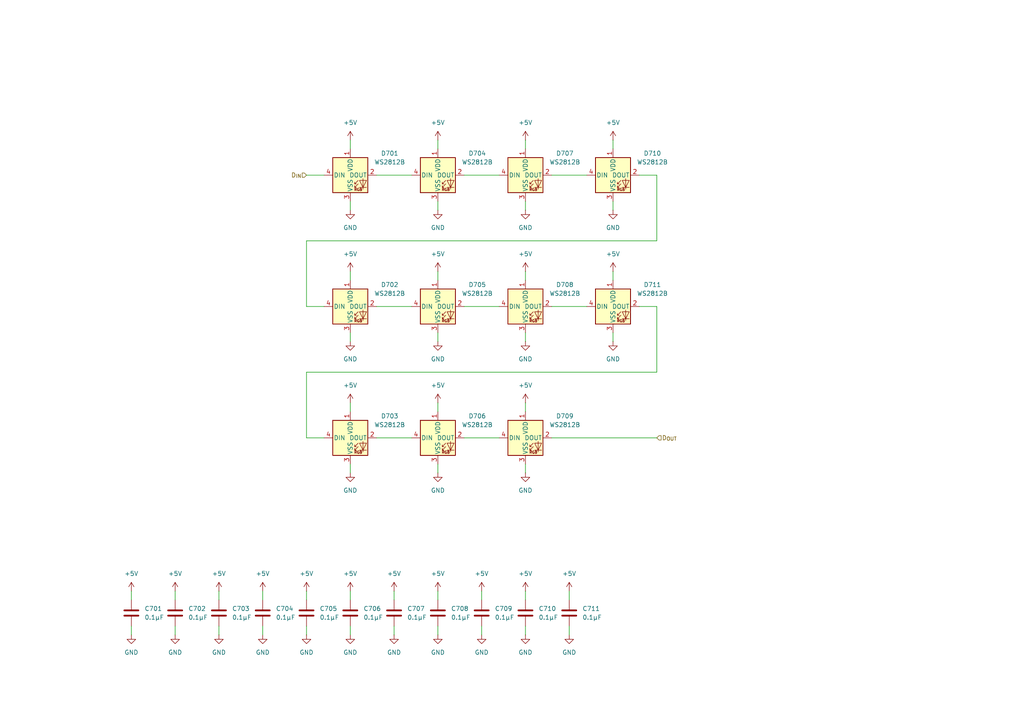
<source format=kicad_sch>
(kicad_sch (version 20231120) (generator "eeschema") (generator_version "8.0")
  (paper "A4")
  (title_block (title "Wordclock - LED Row with 11 pcs.") (date "2024-10-20") (rev "A") (company "ElektroNik Zoller") (comment 1 "Nikolai Zoller") (comment 4 "CERN-OHL-P"))
  (lib_symbols
    (symbol "Device:C" (pin_numbers hide) (pin_names (offset 0.254))
      (property "Reference" "C" (at 0.635 2.54 0))
      (property "Value" "C" (at 0.635 -2.54 0))
      (symbol "C_0_1"
        (polyline (pts (xy -2.032 -0.762) (xy 2.032 -0.762)) (stroke (width 0.508)))
        (polyline (pts (xy -2.032 0.762) (xy 2.032 0.762)) (stroke (width 0.508)))
      )
      (symbol "C_1_1"
        (pin passive line (at 0 3.81 270) (length 2.794) (name "~") (number "1"))
        (pin passive line (at 0 -3.81 90) (length 2.794) (name "~") (number "2"))
      )
    )
    (symbol "LED:WS2812B" (pin_names (offset 0.254))
      (property "Reference" "D" (at 5.08 5.715 0))
      (property "Value" "WS2812B" (at 1.27 -5.715 0))
      (symbol "WS2812B_0_0"
        (text "RGB" (at 2.286 -4.191 0) (effects (font (size 0.762 0.762))))
      )
      (symbol "WS2812B_0_1"
        (polyline (pts (xy 1.27 -3.556) (xy 1.778 -3.556)))
        (polyline (pts (xy 1.27 -2.54) (xy 1.778 -2.54)))
        (polyline (pts (xy 4.699 -3.556) (xy 2.667 -3.556)))
        (polyline (pts (xy 2.286 -2.54) (xy 1.27 -3.556) (xy 1.27 -3.048)))
        (polyline (pts (xy 2.286 -1.524) (xy 1.27 -2.54) (xy 1.27 -2.032)))
        (polyline (pts (xy 3.683 -1.016) (xy 3.683 -3.556) (xy 3.683 -4.064)))
        (polyline (pts (xy 4.699 -1.524) (xy 2.667 -1.524) (xy 3.683 -3.556) (xy 4.699 -1.524)))
        (rectangle (start 5.08 5.08) (end -5.08 -5.08) (stroke (width 0.254)) (fill (type background)))
      )
      (symbol "WS2812B_1_1"
        (pin power_in line (at 0 7.62 270) (length 2.54) (name "VDD") (number "1"))
        (pin output line (at 7.62 0 180) (length 2.54) (name "DOUT") (number "2"))
        (pin power_in line (at 0 -7.62 90) (length 2.54) (name "VSS") (number "3"))
        (pin input line (at -7.62 0 0) (length 2.54) (name "DIN") (number "4"))
      )
    )
    (symbol "power:+5V" (power) (pin_numbers hide) (pin_names (offset 0) hide)
      (property "Value" "+5V" (at 0 3.556 0))
      (symbol "+5V_0_1"
        (polyline (pts (xy -0.762 1.27) (xy 0 2.54)))
        (polyline (pts (xy 0 0) (xy 0 2.54)))
        (polyline (pts (xy 0 2.54) (xy 0.762 1.27)))
      )
      (symbol "+5V_1_1"
        (pin power_in line (at 0 0 90) (length 0) (name "~") (number "1"))
      )
    )
    (symbol "power:GND" (power) (pin_numbers hide) (pin_names (offset 0) hide)
      (property "Value" "GND" (at 0 -3.81 0))
      (symbol "GND_0_1"
        (polyline (pts (xy 0 0) (xy 0 -1.27) (xy 1.27 -1.27) (xy 0 -2.54) (xy -1.27 -1.27) (xy 0 -1.27)))
      )
      (symbol "GND_1_1"
        (pin power_in line (at 0 0 270) (length 0) (name "~") (number "1"))
      )
    )
  )
  (wire (pts (xy 109.22 88.9) (xy 119.38 88.9)))
  (wire (pts (xy 38.1 181.61) (xy 38.1 184.15)))
  (wire (pts (xy 134.62 50.8) (xy 144.78 50.8)))
  (wire (pts (xy 88.9 50.8) (xy 93.98 50.8)))
  (wire (pts (xy 152.4 96.52) (xy 152.4 99.06)))
  (wire (pts (xy 152.4 171.45) (xy 152.4 173.99)))
  (wire (pts (xy 76.2 171.45) (xy 76.2 173.99)))
  (wire (pts (xy 152.4 78.74) (xy 152.4 81.28)))
  (wire (pts (xy 139.7 181.61) (xy 139.7 184.15)))
  (wire (pts (xy 127 96.52) (xy 127 99.06)))
  (wire (pts (xy 101.6 116.84) (xy 101.6 119.38)))
  (wire (pts (xy 185.42 88.9) (xy 190.5 88.9)))
  (wire (pts (xy 127 78.74) (xy 127 81.28)))
  (wire (pts (xy 88.9 88.9) (xy 93.98 88.9)))
  (wire (pts (xy 127 116.84) (xy 127 119.38)))
  (wire (pts (xy 127 40.64) (xy 127 43.18)))
  (wire (pts (xy 101.6 134.62) (xy 101.6 137.16)))
  (wire (pts (xy 88.9 171.45) (xy 88.9 173.99)))
  (wire (pts (xy 190.5 88.9) (xy 190.5 107.95)))
  (wire (pts (xy 139.7 171.45) (xy 139.7 173.99)))
  (wire (pts (xy 63.5 181.61) (xy 63.5 184.15)))
  (wire (pts (xy 165.1 171.45) (xy 165.1 173.99)))
  (wire (pts (xy 101.6 181.61) (xy 101.6 184.15)))
  (wire (pts (xy 114.3 171.45) (xy 114.3 173.99)))
  (wire (pts (xy 190.5 50.8) (xy 190.5 69.85)))
  (wire (pts (xy 165.1 181.61) (xy 165.1 184.15)))
  (wire (pts (xy 134.62 127) (xy 144.78 127)))
  (wire (pts (xy 114.3 181.61) (xy 114.3 184.15)))
  (wire (pts (xy 152.4 134.62) (xy 152.4 137.16)))
  (wire (pts (xy 152.4 40.64) (xy 152.4 43.18)))
  (wire (pts (xy 190.5 69.85) (xy 88.9 69.85)))
  (wire (pts (xy 88.9 181.61) (xy 88.9 184.15)))
  (wire (pts (xy 177.8 78.74) (xy 177.8 81.28)))
  (wire (pts (xy 127 171.45) (xy 127 173.99)))
  (wire (pts (xy 50.8 171.45) (xy 50.8 173.99)))
  (wire (pts (xy 152.4 116.84) (xy 152.4 119.38)))
  (wire (pts (xy 38.1 171.45) (xy 38.1 173.99)))
  (wire (pts (xy 50.8 181.61) (xy 50.8 184.15)))
  (wire (pts (xy 160.02 127) (xy 190.5 127)))
  (wire (pts (xy 127 134.62) (xy 127 137.16)))
  (wire (pts (xy 88.9 107.95) (xy 88.9 127)))
  (wire (pts (xy 109.22 50.8) (xy 119.38 50.8)))
  (wire (pts (xy 177.8 96.52) (xy 177.8 99.06)))
  (wire (pts (xy 88.9 127) (xy 93.98 127)))
  (wire (pts (xy 101.6 171.45) (xy 101.6 173.99)))
  (wire (pts (xy 152.4 58.42) (xy 152.4 60.96)))
  (wire (pts (xy 101.6 58.42) (xy 101.6 60.96)))
  (wire (pts (xy 190.5 107.95) (xy 88.9 107.95)))
  (wire (pts (xy 134.62 88.9) (xy 144.78 88.9)))
  (wire (pts (xy 101.6 96.52) (xy 101.6 99.06)))
  (wire (pts (xy 127 181.61) (xy 127 184.15)))
  (wire (pts (xy 185.42 50.8) (xy 190.5 50.8)))
  (wire (pts (xy 160.02 50.8) (xy 170.18 50.8)))
  (wire (pts (xy 177.8 58.42) (xy 177.8 60.96)))
  (wire (pts (xy 127 58.42) (xy 127 60.96)))
  (wire (pts (xy 101.6 78.74) (xy 101.6 81.28)))
  (wire (pts (xy 63.5 171.45) (xy 63.5 173.99)))
  (wire (pts (xy 76.2 181.61) (xy 76.2 184.15)))
  (wire (pts (xy 177.8 40.64) (xy 177.8 43.18)))
  (wire (pts (xy 160.02 88.9) (xy 170.18 88.9)))
  (wire (pts (xy 109.22 127) (xy 119.38 127)))
  (wire (pts (xy 101.6 40.64) (xy 101.6 43.18)))
  (wire (pts (xy 152.4 181.61) (xy 152.4 184.15)))
  (wire (pts (xy 88.9 69.85) (xy 88.9 88.9)))
  (hierarchical_label "D_{OUT}" (shape input) (at 190.5 127 0))
  (hierarchical_label "D_{IN}" (shape input) (at 88.9 50.8 180))
  (symbol (lib_id "power:+5V") (at 127 40.64 0) (unit 1)
    (property "Reference" "#PWR0721" (effects (hide yes)))
    (property "Value" "+5V" (at 127 35.56 0))
    (property "Description" "Power symbol creates a global label with name \"+5V\"" (effects (hide yes)))
    (instances (project "ESP-Wordclock" (path "" (reference "#PWR0721") (unit 1)) (path "" (reference "#PWR0821") (unit 1)) (path "" (reference "#PWR01321") (unit 1)) (path "" (reference "#PWR0921") (unit 1)) (path "" (reference "#PWR01221") (unit 1)) (path "" (reference "#PWR01121") (unit 1)) (path "" (reference "#PWR01421") (unit 1)) (path "" (reference "#PWR01521") (unit 1)) (path "" (reference "#PWR01621") (unit 1)) (path "" (reference "#PWR01021") (unit 1))))
  )
  (symbol (lib_id "power:GND") (at 152.4 184.15 0) (unit 1)
    (property "Reference" "#PWR0738" (effects (hide yes)))
    (property "Value" "GND" (at 152.4 189.23 0))
    (property "Description" "Power symbol creates a global label with name \"GND\" , ground" (effects (hide yes)))
    (instances (project "ESP-Wordclock" (path "" (reference "#PWR0738") (unit 1)) (path "" (reference "#PWR0838") (unit 1)) (path "" (reference "#PWR01338") (unit 1)) (path "" (reference "#PWR0938") (unit 1)) (path "" (reference "#PWR01238") (unit 1)) (path "" (reference "#PWR01138") (unit 1)) (path "" (reference "#PWR01438") (unit 1)) (path "" (reference "#PWR01538") (unit 1)) (path "" (reference "#PWR01638") (unit 1)) (path "" (reference "#PWR01038") (unit 1))))
  )
  (symbol (lib_id "power:+5V") (at 101.6 171.45 0) (unit 1)
    (property "Reference" "#PWR0717" (effects (hide yes)))
    (property "Value" "+5V" (at 101.6 166.37 0))
    (property "Description" "Power symbol creates a global label with name \"+5V\"" (effects (hide yes)))
    (instances (project "ESP-Wordclock" (path "" (reference "#PWR0717") (unit 1)) (path "" (reference "#PWR0817") (unit 1)) (path "" (reference "#PWR01317") (unit 1)) (path "" (reference "#PWR0917") (unit 1)) (path "" (reference "#PWR01217") (unit 1)) (path "" (reference "#PWR01117") (unit 1)) (path "" (reference "#PWR01417") (unit 1)) (path "" (reference "#PWR01517") (unit 1)) (path "" (reference "#PWR01617") (unit 1)) (path "" (reference "#PWR01017") (unit 1))))
  )
  (symbol (lib_id "power:+5V") (at 127 116.84 0) (unit 1)
    (property "Reference" "#PWR0725" (effects (hide yes)))
    (property "Value" "+5V" (at 127 111.76 0))
    (property "Description" "Power symbol creates a global label with name \"+5V\"" (effects (hide yes)))
    (instances (project "ESP-Wordclock" (path "" (reference "#PWR0725") (unit 1)) (path "" (reference "#PWR0825") (unit 1)) (path "" (reference "#PWR01325") (unit 1)) (path "" (reference "#PWR0925") (unit 1)) (path "" (reference "#PWR01225") (unit 1)) (path "" (reference "#PWR01125") (unit 1)) (path "" (reference "#PWR01425") (unit 1)) (path "" (reference "#PWR01525") (unit 1)) (path "" (reference "#PWR01625") (unit 1)) (path "" (reference "#PWR01025") (unit 1))))
  )
  (symbol (lib_id "Device:C") (at 165.1 177.8 0) (unit 1)
    (property "Reference" "C711" (at 168.91 176.5299 0) (effects (justify left)))
    (property "Value" "0.1µF" (at 168.91 179.0699 0) (effects (justify left)))
    (property "Description" "Unpolarized capacitor" (effects (hide yes)))
    (instances (project "ESP-Wordclock" (path "" (reference "C711") (unit 1)) (path "" (reference "C811") (unit 1)) (path "" (reference "C1311") (unit 1)) (path "" (reference "C911") (unit 1)) (path "" (reference "C1211") (unit 1)) (path "" (reference "C1111") (unit 1)) (path "" (reference "C1411") (unit 1)) (path "" (reference "C1511") (unit 1)) (path "" (reference "C1611") (unit 1)) (path "" (reference "C1011") (unit 1))))
  )
  (symbol (lib_id "power:+5V") (at 152.4 171.45 0) (unit 1)
    (property "Reference" "#PWR0737" (effects (hide yes)))
    (property "Value" "+5V" (at 152.4 166.37 0))
    (property "Description" "Power symbol creates a global label with name \"+5V\"" (effects (hide yes)))
    (instances (project "ESP-Wordclock" (path "" (reference "#PWR0737") (unit 1)) (path "" (reference "#PWR0837") (unit 1)) (path "" (reference "#PWR01337") (unit 1)) (path "" (reference "#PWR0937") (unit 1)) (path "" (reference "#PWR01237") (unit 1)) (path "" (reference "#PWR01137") (unit 1)) (path "" (reference "#PWR01437") (unit 1)) (path "" (reference "#PWR01537") (unit 1)) (path "" (reference "#PWR01637") (unit 1)) (path "" (reference "#PWR01037") (unit 1))))
  )
  (symbol (lib_id "power:+5V") (at 165.1 171.45 0) (unit 1)
    (property "Reference" "#PWR0739" (effects (hide yes)))
    (property "Value" "+5V" (at 165.1 166.37 0))
    (property "Description" "Power symbol creates a global label with name \"+5V\"" (effects (hide yes)))
    (instances (project "ESP-Wordclock" (path "" (reference "#PWR0739") (unit 1)) (path "" (reference "#PWR0839") (unit 1)) (path "" (reference "#PWR01339") (unit 1)) (path "" (reference "#PWR0939") (unit 1)) (path "" (reference "#PWR01239") (unit 1)) (path "" (reference "#PWR01139") (unit 1)) (path "" (reference "#PWR01439") (unit 1)) (path "" (reference "#PWR01539") (unit 1)) (path "" (reference "#PWR01639") (unit 1)) (path "" (reference "#PWR01039") (unit 1))))
  )
  (symbol (lib_id "Device:C") (at 114.3 177.8 0) (unit 1)
    (property "Reference" "C707" (at 118.11 176.5299 0) (effects (justify left)))
    (property "Value" "0.1µF" (at 118.11 179.0699 0) (effects (justify left)))
    (property "Description" "Unpolarized capacitor" (effects (hide yes)))
    (instances (project "ESP-Wordclock" (path "" (reference "C707") (unit 1)) (path "" (reference "C807") (unit 1)) (path "" (reference "C1307") (unit 1)) (path "" (reference "C907") (unit 1)) (path "" (reference "C1207") (unit 1)) (path "" (reference "C1107") (unit 1)) (path "" (reference "C1407") (unit 1)) (path "" (reference "C1507") (unit 1)) (path "" (reference "C1607") (unit 1)) (path "" (reference "C1007") (unit 1))))
  )
  (symbol (lib_id "power:GND") (at 152.4 137.16 0) (unit 1)
    (property "Reference" "#PWR0736" (effects (hide yes)))
    (property "Value" "GND" (at 152.4 142.24 0))
    (property "Description" "Power symbol creates a global label with name \"GND\" , ground" (effects (hide yes)))
    (instances (project "ESP-Wordclock" (path "" (reference "#PWR0736") (unit 1)) (path "" (reference "#PWR0836") (unit 1)) (path "" (reference "#PWR01336") (unit 1)) (path "" (reference "#PWR0936") (unit 1)) (path "" (reference "#PWR01236") (unit 1)) (path "" (reference "#PWR01136") (unit 1)) (path "" (reference "#PWR01436") (unit 1)) (path "" (reference "#PWR01536") (unit 1)) (path "" (reference "#PWR01636") (unit 1)) (path "" (reference "#PWR01036") (unit 1))))
  )
  (symbol (lib_id "power:GND") (at 177.8 60.96 0) (unit 1)
    (property "Reference" "#PWR0742" (effects (hide yes)))
    (property "Value" "GND" (at 177.8 66.04 0))
    (property "Description" "Power symbol creates a global label with name \"GND\" , ground" (effects (hide yes)))
    (instances (project "ESP-Wordclock" (path "" (reference "#PWR0742") (unit 1)) (path "" (reference "#PWR0842") (unit 1)) (path "" (reference "#PWR01342") (unit 1)) (path "" (reference "#PWR0942") (unit 1)) (path "" (reference "#PWR01242") (unit 1)) (path "" (reference "#PWR01142") (unit 1)) (path "" (reference "#PWR01442") (unit 1)) (path "" (reference "#PWR01542") (unit 1)) (path "" (reference "#PWR01642") (unit 1)) (path "" (reference "#PWR01042") (unit 1))))
  )
  (symbol (lib_id "power:+5V") (at 101.6 40.64 0) (unit 1)
    (property "Reference" "#PWR0711" (effects (hide yes)))
    (property "Value" "+5V" (at 101.6 35.56 0))
    (property "Description" "Power symbol creates a global label with name \"+5V\"" (effects (hide yes)))
    (instances (project "ESP-Wordclock" (path "" (reference "#PWR0711") (unit 1)) (path "" (reference "#PWR0811") (unit 1)) (path "" (reference "#PWR01311") (unit 1)) (path "" (reference "#PWR0911") (unit 1)) (path "" (reference "#PWR01211") (unit 1)) (path "" (reference "#PWR01111") (unit 1)) (path "" (reference "#PWR01411") (unit 1)) (path "" (reference "#PWR01511") (unit 1)) (path "" (reference "#PWR01611") (unit 1)) (path "" (reference "#PWR01011") (unit 1))))
  )
  (symbol (lib_id "power:GND") (at 177.8 99.06 0) (unit 1)
    (property "Reference" "#PWR0744" (effects (hide yes)))
    (property "Value" "GND" (at 177.8 104.14 0))
    (property "Description" "Power symbol creates a global label with name \"GND\" , ground" (effects (hide yes)))
    (instances (project "ESP-Wordclock" (path "" (reference "#PWR0744") (unit 1)) (path "" (reference "#PWR0844") (unit 1)) (path "" (reference "#PWR01344") (unit 1)) (path "" (reference "#PWR0944") (unit 1)) (path "" (reference "#PWR01244") (unit 1)) (path "" (reference "#PWR01144") (unit 1)) (path "" (reference "#PWR01444") (unit 1)) (path "" (reference "#PWR01544") (unit 1)) (path "" (reference "#PWR01644") (unit 1)) (path "" (reference "#PWR01044") (unit 1))))
  )
  (symbol (lib_id "power:+5V") (at 76.2 171.45 0) (unit 1)
    (property "Reference" "#PWR0707" (effects (hide yes)))
    (property "Value" "+5V" (at 76.2 166.37 0))
    (property "Description" "Power symbol creates a global label with name \"+5V\"" (effects (hide yes)))
    (instances (project "ESP-Wordclock" (path "" (reference "#PWR0707") (unit 1)) (path "" (reference "#PWR0807") (unit 1)) (path "" (reference "#PWR01307") (unit 1)) (path "" (reference "#PWR0907") (unit 1)) (path "" (reference "#PWR01207") (unit 1)) (path "" (reference "#PWR01107") (unit 1)) (path "" (reference "#PWR01407") (unit 1)) (path "" (reference "#PWR01507") (unit 1)) (path "" (reference "#PWR01607") (unit 1)) (path "" (reference "#PWR01007") (unit 1))))
  )
  (symbol (lib_id "power:GND") (at 139.7 184.15 0) (unit 1)
    (property "Reference" "#PWR0730" (effects (hide yes)))
    (property "Value" "GND" (at 139.7 189.23 0))
    (property "Description" "Power symbol creates a global label with name \"GND\" , ground" (effects (hide yes)))
    (instances (project "ESP-Wordclock" (path "" (reference "#PWR0730") (unit 1)) (path "" (reference "#PWR0830") (unit 1)) (path "" (reference "#PWR01330") (unit 1)) (path "" (reference "#PWR0930") (unit 1)) (path "" (reference "#PWR01230") (unit 1)) (path "" (reference "#PWR01130") (unit 1)) (path "" (reference "#PWR01430") (unit 1)) (path "" (reference "#PWR01530") (unit 1)) (path "" (reference "#PWR01630") (unit 1)) (path "" (reference "#PWR01030") (unit 1))))
  )
  (symbol (lib_id "power:+5V") (at 152.4 116.84 0) (unit 1)
    (property "Reference" "#PWR0735" (effects (hide yes)))
    (property "Value" "+5V" (at 152.4 111.76 0))
    (property "Description" "Power symbol creates a global label with name \"+5V\"" (effects (hide yes)))
    (instances (project "ESP-Wordclock" (path "" (reference "#PWR0735") (unit 1)) (path "" (reference "#PWR0835") (unit 1)) (path "" (reference "#PWR01335") (unit 1)) (path "" (reference "#PWR0935") (unit 1)) (path "" (reference "#PWR01235") (unit 1)) (path "" (reference "#PWR01135") (unit 1)) (path "" (reference "#PWR01435") (unit 1)) (path "" (reference "#PWR01535") (unit 1)) (path "" (reference "#PWR01635") (unit 1)) (path "" (reference "#PWR01035") (unit 1))))
  )
  (symbol (lib_id "power:GND") (at 63.5 184.15 0) (unit 1)
    (property "Reference" "#PWR0706" (effects (hide yes)))
    (property "Value" "GND" (at 63.5 189.23 0))
    (property "Description" "Power symbol creates a global label with name \"GND\" , ground" (effects (hide yes)))
    (instances (project "ESP-Wordclock" (path "" (reference "#PWR0706") (unit 1)) (path "" (reference "#PWR0806") (unit 1)) (path "" (reference "#PWR01306") (unit 1)) (path "" (reference "#PWR0906") (unit 1)) (path "" (reference "#PWR01206") (unit 1)) (path "" (reference "#PWR01106") (unit 1)) (path "" (reference "#PWR01406") (unit 1)) (path "" (reference "#PWR01506") (unit 1)) (path "" (reference "#PWR01606") (unit 1)) (path "" (reference "#PWR01006") (unit 1))))
  )
  (symbol (lib_id "power:GND") (at 127 99.06 0) (unit 1)
    (property "Reference" "#PWR0724" (effects (hide yes)))
    (property "Value" "GND" (at 127 104.14 0))
    (property "Description" "Power symbol creates a global label with name \"GND\" , ground" (effects (hide yes)))
    (instances (project "ESP-Wordclock" (path "" (reference "#PWR0724") (unit 1)) (path "" (reference "#PWR0824") (unit 1)) (path "" (reference "#PWR01324") (unit 1)) (path "" (reference "#PWR0924") (unit 1)) (path "" (reference "#PWR01224") (unit 1)) (path "" (reference "#PWR01124") (unit 1)) (path "" (reference "#PWR01424") (unit 1)) (path "" (reference "#PWR01524") (unit 1)) (path "" (reference "#PWR01624") (unit 1)) (path "" (reference "#PWR01024") (unit 1))))
  )
  (symbol (lib_id "power:+5V") (at 101.6 78.74 0) (unit 1)
    (property "Reference" "#PWR0713" (effects (hide yes)))
    (property "Value" "+5V" (at 101.6 73.66 0))
    (property "Description" "Power symbol creates a global label with name \"+5V\"" (effects (hide yes)))
    (instances (project "ESP-Wordclock" (path "" (reference "#PWR0713") (unit 1)) (path "" (reference "#PWR0813") (unit 1)) (path "" (reference "#PWR01313") (unit 1)) (path "" (reference "#PWR0913") (unit 1)) (path "" (reference "#PWR01213") (unit 1)) (path "" (reference "#PWR01113") (unit 1)) (path "" (reference "#PWR01413") (unit 1)) (path "" (reference "#PWR01513") (unit 1)) (path "" (reference "#PWR01613") (unit 1)) (path "" (reference "#PWR01013") (unit 1))))
  )
  (symbol (lib_id "LED:WS2812B") (at 101.6 88.9 0) (unit 1)
    (property "Reference" "D702" (at 113.03 82.5814 0))
    (property "Value" "WS2812B" (at 113.03 85.1214 0))
    (property "Footprint" "LED_SMD:LED_WS2812B_PLCC4_5.0x5.0mm_P3.2mm" (effects (hide yes)))
    (property "Datasheet" "https://cdn-shop.adafruit.com/datasheets/WS2812B.pdf" (effects (hide yes)))
    (property "Description" "RGB LED with integrated controller" (effects (hide yes)))
    (property "Manufacturer" "SparkFun Electronics" (effects (hide yes)))
    (property "Manufacturer Part no." "COM-16347" (effects (hide yes)))
    (property "Vendor 1" "Digikey" (effects (hide yes)))
    (property "Vendor 1 Part no." "1568-COM-16347CT-ND" (effects (hide yes)))
    (property "Vendor 2" "LCSC" (effects (hide yes)))
    (property "Vendor 2 Part no." "C114586" (effects (hide yes)))
    (instances (project "ESP-Wordclock" (path "" (reference "D702") (unit 1)) (path "" (reference "D802") (unit 1)) (path "" (reference "D1302") (unit 1)) (path "" (reference "D902") (unit 1)) (path "" (reference "D1202") (unit 1)) (path "" (reference "D1102") (unit 1)) (path "" (reference "D1402") (unit 1)) (path "" (reference "D1502") (unit 1)) (path "" (reference "D1602") (unit 1)) (path "" (reference "D1002") (unit 1))))
  )
  (symbol (lib_id "power:GND") (at 152.4 99.06 0) (unit 1)
    (property "Reference" "#PWR0734" (effects (hide yes)))
    (property "Value" "GND" (at 152.4 104.14 0))
    (property "Description" "Power symbol creates a global label with name \"GND\" , ground" (effects (hide yes)))
    (instances (project "ESP-Wordclock" (path "" (reference "#PWR0734") (unit 1)) (path "" (reference "#PWR0834") (unit 1)) (path "" (reference "#PWR01334") (unit 1)) (path "" (reference "#PWR0934") (unit 1)) (path "" (reference "#PWR01234") (unit 1)) (path "" (reference "#PWR01134") (unit 1)) (path "" (reference "#PWR01434") (unit 1)) (path "" (reference "#PWR01534") (unit 1)) (path "" (reference "#PWR01634") (unit 1)) (path "" (reference "#PWR01034") (unit 1))))
  )
  (symbol (lib_id "power:GND") (at 88.9 184.15 0) (unit 1)
    (property "Reference" "#PWR0710" (effects (hide yes)))
    (property "Value" "GND" (at 88.9 189.23 0))
    (property "Description" "Power symbol creates a global label with name \"GND\" , ground" (effects (hide yes)))
    (instances (project "ESP-Wordclock" (path "" (reference "#PWR0710") (unit 1)) (path "" (reference "#PWR0810") (unit 1)) (path "" (reference "#PWR01310") (unit 1)) (path "" (reference "#PWR0910") (unit 1)) (path "" (reference "#PWR01210") (unit 1)) (path "" (reference "#PWR01110") (unit 1)) (path "" (reference "#PWR01410") (unit 1)) (path "" (reference "#PWR01510") (unit 1)) (path "" (reference "#PWR01610") (unit 1)) (path "" (reference "#PWR01010") (unit 1))))
  )
  (symbol (lib_id "power:GND") (at 101.6 99.06 0) (unit 1)
    (property "Reference" "#PWR0714" (effects (hide yes)))
    (property "Value" "GND" (at 101.6 104.14 0))
    (property "Description" "Power symbol creates a global label with name \"GND\" , ground" (effects (hide yes)))
    (instances (project "ESP-Wordclock" (path "" (reference "#PWR0714") (unit 1)) (path "" (reference "#PWR0814") (unit 1)) (path "" (reference "#PWR01314") (unit 1)) (path "" (reference "#PWR0914") (unit 1)) (path "" (reference "#PWR01214") (unit 1)) (path "" (reference "#PWR01114") (unit 1)) (path "" (reference "#PWR01414") (unit 1)) (path "" (reference "#PWR01514") (unit 1)) (path "" (reference "#PWR01614") (unit 1)) (path "" (reference "#PWR01014") (unit 1))))
  )
  (symbol (lib_id "LED:WS2812B") (at 152.4 88.9 0) (unit 1)
    (property "Reference" "D708" (at 163.83 82.5814 0))
    (property "Value" "WS2812B" (at 163.83 85.1214 0))
    (property "Footprint" "LED_SMD:LED_WS2812B_PLCC4_5.0x5.0mm_P3.2mm" (effects (hide yes)))
    (property "Datasheet" "https://cdn-shop.adafruit.com/datasheets/WS2812B.pdf" (effects (hide yes)))
    (property "Description" "RGB LED with integrated controller" (effects (hide yes)))
    (property "Manufacturer" "SparkFun Electronics" (effects (hide yes)))
    (property "Manufacturer Part no." "COM-16347" (effects (hide yes)))
    (property "Vendor 1" "Digikey" (effects (hide yes)))
    (property "Vendor 1 Part no." "1568-COM-16347CT-ND" (effects (hide yes)))
    (property "Vendor 2" "LCSC" (effects (hide yes)))
    (property "Vendor 2 Part no." "C114586" (effects (hide yes)))
    (instances (project "ESP-Wordclock" (path "" (reference "D708") (unit 1)) (path "" (reference "D808") (unit 1)) (path "" (reference "D1308") (unit 1)) (path "" (reference "D908") (unit 1)) (path "" (reference "D1208") (unit 1)) (path "" (reference "D1108") (unit 1)) (path "" (reference "D1408") (unit 1)) (path "" (reference "D1508") (unit 1)) (path "" (reference "D1608") (unit 1)) (path "" (reference "D1008") (unit 1))))
  )
  (symbol (lib_id "power:GND") (at 76.2 184.15 0) (unit 1)
    (property "Reference" "#PWR0708" (effects (hide yes)))
    (property "Value" "GND" (at 76.2 189.23 0))
    (property "Description" "Power symbol creates a global label with name \"GND\" , ground" (effects (hide yes)))
    (instances (project "ESP-Wordclock" (path "" (reference "#PWR0708") (unit 1)) (path "" (reference "#PWR0808") (unit 1)) (path "" (reference "#PWR01308") (unit 1)) (path "" (reference "#PWR0908") (unit 1)) (path "" (reference "#PWR01208") (unit 1)) (path "" (reference "#PWR01108") (unit 1)) (path "" (reference "#PWR01408") (unit 1)) (path "" (reference "#PWR01508") (unit 1)) (path "" (reference "#PWR01608") (unit 1)) (path "" (reference "#PWR01008") (unit 1))))
  )
  (symbol (lib_id "power:+5V") (at 139.7 171.45 0) (unit 1)
    (property "Reference" "#PWR0729" (effects (hide yes)))
    (property "Value" "+5V" (at 139.7 166.37 0))
    (property "Description" "Power symbol creates a global label with name \"+5V\"" (effects (hide yes)))
    (instances (project "ESP-Wordclock" (path "" (reference "#PWR0729") (unit 1)) (path "" (reference "#PWR0829") (unit 1)) (path "" (reference "#PWR01329") (unit 1)) (path "" (reference "#PWR0929") (unit 1)) (path "" (reference "#PWR01229") (unit 1)) (path "" (reference "#PWR01129") (unit 1)) (path "" (reference "#PWR01429") (unit 1)) (path "" (reference "#PWR01529") (unit 1)) (path "" (reference "#PWR01629") (unit 1)) (path "" (reference "#PWR01029") (unit 1))))
  )
  (symbol (lib_id "Device:C") (at 88.9 177.8 0) (unit 1)
    (property "Reference" "C705" (at 92.71 176.5299 0) (effects (justify left)))
    (property "Value" "0.1µF" (at 92.71 179.0699 0) (effects (justify left)))
    (property "Description" "Unpolarized capacitor" (effects (hide yes)))
    (instances (project "ESP-Wordclock" (path "" (reference "C705") (unit 1)) (path "" (reference "C805") (unit 1)) (path "" (reference "C1305") (unit 1)) (path "" (reference "C905") (unit 1)) (path "" (reference "C1205") (unit 1)) (path "" (reference "C1105") (unit 1)) (path "" (reference "C1405") (unit 1)) (path "" (reference "C1505") (unit 1)) (path "" (reference "C1605") (unit 1)) (path "" (reference "C1005") (unit 1))))
  )
  (symbol (lib_id "Device:C") (at 76.2 177.8 0) (unit 1)
    (property "Reference" "C704" (at 80.01 176.5299 0) (effects (justify left)))
    (property "Value" "0.1µF" (at 80.01 179.0699 0) (effects (justify left)))
    (property "Description" "Unpolarized capacitor" (effects (hide yes)))
    (instances (project "ESP-Wordclock" (path "" (reference "C704") (unit 1)) (path "" (reference "C804") (unit 1)) (path "" (reference "C1304") (unit 1)) (path "" (reference "C904") (unit 1)) (path "" (reference "C1204") (unit 1)) (path "" (reference "C1104") (unit 1)) (path "" (reference "C1404") (unit 1)) (path "" (reference "C1504") (unit 1)) (path "" (reference "C1604") (unit 1)) (path "" (reference "C1004") (unit 1))))
  )
  (symbol (lib_id "power:+5V") (at 177.8 78.74 0) (unit 1)
    (property "Reference" "#PWR0743" (effects (hide yes)))
    (property "Value" "+5V" (at 177.8 73.66 0))
    (property "Description" "Power symbol creates a global label with name \"+5V\"" (effects (hide yes)))
    (instances (project "ESP-Wordclock" (path "" (reference "#PWR0743") (unit 1)) (path "" (reference "#PWR0843") (unit 1)) (path "" (reference "#PWR01343") (unit 1)) (path "" (reference "#PWR0943") (unit 1)) (path "" (reference "#PWR01243") (unit 1)) (path "" (reference "#PWR01143") (unit 1)) (path "" (reference "#PWR01443") (unit 1)) (path "" (reference "#PWR01543") (unit 1)) (path "" (reference "#PWR01643") (unit 1)) (path "" (reference "#PWR01043") (unit 1))))
  )
  (symbol (lib_id "power:GND") (at 101.6 184.15 0) (unit 1)
    (property "Reference" "#PWR0718" (effects (hide yes)))
    (property "Value" "GND" (at 101.6 189.23 0))
    (property "Description" "Power symbol creates a global label with name \"GND\" , ground" (effects (hide yes)))
    (instances (project "ESP-Wordclock" (path "" (reference "#PWR0718") (unit 1)) (path "" (reference "#PWR0818") (unit 1)) (path "" (reference "#PWR01318") (unit 1)) (path "" (reference "#PWR0918") (unit 1)) (path "" (reference "#PWR01218") (unit 1)) (path "" (reference "#PWR01118") (unit 1)) (path "" (reference "#PWR01418") (unit 1)) (path "" (reference "#PWR01518") (unit 1)) (path "" (reference "#PWR01618") (unit 1)) (path "" (reference "#PWR01018") (unit 1))))
  )
  (symbol (lib_id "power:GND") (at 114.3 184.15 0) (unit 1)
    (property "Reference" "#PWR0720" (effects (hide yes)))
    (property "Value" "GND" (at 114.3 189.23 0))
    (property "Description" "Power symbol creates a global label with name \"GND\" , ground" (effects (hide yes)))
    (instances (project "ESP-Wordclock" (path "" (reference "#PWR0720") (unit 1)) (path "" (reference "#PWR0820") (unit 1)) (path "" (reference "#PWR01320") (unit 1)) (path "" (reference "#PWR0920") (unit 1)) (path "" (reference "#PWR01220") (unit 1)) (path "" (reference "#PWR01120") (unit 1)) (path "" (reference "#PWR01420") (unit 1)) (path "" (reference "#PWR01520") (unit 1)) (path "" (reference "#PWR01620") (unit 1)) (path "" (reference "#PWR01020") (unit 1))))
  )
  (symbol (lib_id "Device:C") (at 127 177.8 0) (unit 1)
    (property "Reference" "C708" (at 130.81 176.5299 0) (effects (justify left)))
    (property "Value" "0.1µF" (at 130.81 179.0699 0) (effects (justify left)))
    (property "Description" "Unpolarized capacitor" (effects (hide yes)))
    (instances (project "ESP-Wordclock" (path "" (reference "C708") (unit 1)) (path "" (reference "C808") (unit 1)) (path "" (reference "C1308") (unit 1)) (path "" (reference "C908") (unit 1)) (path "" (reference "C1208") (unit 1)) (path "" (reference "C1108") (unit 1)) (path "" (reference "C1408") (unit 1)) (path "" (reference "C1508") (unit 1)) (path "" (reference "C1608") (unit 1)) (path "" (reference "C1008") (unit 1))))
  )
  (symbol (lib_id "power:+5V") (at 177.8 40.64 0) (unit 1)
    (property "Reference" "#PWR0741" (effects (hide yes)))
    (property "Value" "+5V" (at 177.8 35.56 0))
    (property "Description" "Power symbol creates a global label with name \"+5V\"" (effects (hide yes)))
    (instances (project "ESP-Wordclock" (path "" (reference "#PWR0741") (unit 1)) (path "" (reference "#PWR0841") (unit 1)) (path "" (reference "#PWR01341") (unit 1)) (path "" (reference "#PWR0941") (unit 1)) (path "" (reference "#PWR01241") (unit 1)) (path "" (reference "#PWR01141") (unit 1)) (path "" (reference "#PWR01441") (unit 1)) (path "" (reference "#PWR01541") (unit 1)) (path "" (reference "#PWR01641") (unit 1)) (path "" (reference "#PWR01041") (unit 1))))
  )
  (symbol (lib_id "power:GND") (at 50.8 184.15 0) (unit 1)
    (property "Reference" "#PWR0704" (effects (hide yes)))
    (property "Value" "GND" (at 50.8 189.23 0))
    (property "Description" "Power symbol creates a global label with name \"GND\" , ground" (effects (hide yes)))
    (instances (project "ESP-Wordclock" (path "" (reference "#PWR0704") (unit 1)) (path "" (reference "#PWR0804") (unit 1)) (path "" (reference "#PWR01304") (unit 1)) (path "" (reference "#PWR0904") (unit 1)) (path "" (reference "#PWR01204") (unit 1)) (path "" (reference "#PWR01104") (unit 1)) (path "" (reference "#PWR01404") (unit 1)) (path "" (reference "#PWR01504") (unit 1)) (path "" (reference "#PWR01604") (unit 1)) (path "" (reference "#PWR01004") (unit 1))))
  )
  (symbol (lib_id "power:GND") (at 127 184.15 0) (unit 1)
    (property "Reference" "#PWR0728" (effects (hide yes)))
    (property "Value" "GND" (at 127 189.23 0))
    (property "Description" "Power symbol creates a global label with name \"GND\" , ground" (effects (hide yes)))
    (instances (project "ESP-Wordclock" (path "" (reference "#PWR0728") (unit 1)) (path "" (reference "#PWR0828") (unit 1)) (path "" (reference "#PWR01328") (unit 1)) (path "" (reference "#PWR0928") (unit 1)) (path "" (reference "#PWR01228") (unit 1)) (path "" (reference "#PWR01128") (unit 1)) (path "" (reference "#PWR01428") (unit 1)) (path "" (reference "#PWR01528") (unit 1)) (path "" (reference "#PWR01628") (unit 1)) (path "" (reference "#PWR01028") (unit 1))))
  )
  (symbol (lib_id "power:+5V") (at 127 78.74 0) (unit 1)
    (property "Reference" "#PWR0723" (effects (hide yes)))
    (property "Value" "+5V" (at 127 73.66 0))
    (property "Description" "Power symbol creates a global label with name \"+5V\"" (effects (hide yes)))
    (instances (project "ESP-Wordclock" (path "" (reference "#PWR0723") (unit 1)) (path "" (reference "#PWR0823") (unit 1)) (path "" (reference "#PWR01323") (unit 1)) (path "" (reference "#PWR0923") (unit 1)) (path "" (reference "#PWR01223") (unit 1)) (path "" (reference "#PWR01123") (unit 1)) (path "" (reference "#PWR01423") (unit 1)) (path "" (reference "#PWR01523") (unit 1)) (path "" (reference "#PWR01623") (unit 1)) (path "" (reference "#PWR01023") (unit 1))))
  )
  (symbol (lib_id "LED:WS2812B") (at 127 50.8 0) (unit 1)
    (property "Reference" "D704" (at 138.43 44.4814 0))
    (property "Value" "WS2812B" (at 138.43 47.0214 0))
    (property "Footprint" "LED_SMD:LED_WS2812B_PLCC4_5.0x5.0mm_P3.2mm" (effects (hide yes)))
    (property "Datasheet" "https://cdn-shop.adafruit.com/datasheets/WS2812B.pdf" (effects (hide yes)))
    (property "Description" "RGB LED with integrated controller" (effects (hide yes)))
    (property "Manufacturer" "SparkFun Electronics" (effects (hide yes)))
    (property "Manufacturer Part no." "COM-16347" (effects (hide yes)))
    (property "Vendor 1" "Digikey" (effects (hide yes)))
    (property "Vendor 1 Part no." "1568-COM-16347CT-ND" (effects (hide yes)))
    (property "Vendor 2" "LCSC" (effects (hide yes)))
    (property "Vendor 2 Part no." "C114586" (effects (hide yes)))
    (instances (project "ESP-Wordclock" (path "" (reference "D704") (unit 1)) (path "" (reference "D804") (unit 1)) (path "" (reference "D1304") (unit 1)) (path "" (reference "D904") (unit 1)) (path "" (reference "D1204") (unit 1)) (path "" (reference "D1104") (unit 1)) (path "" (reference "D1404") (unit 1)) (path "" (reference "D1504") (unit 1)) (path "" (reference "D1604") (unit 1)) (path "" (reference "D1004") (unit 1))))
  )
  (symbol (lib_id "power:+5V") (at 88.9 171.45 0) (unit 1)
    (property "Reference" "#PWR0709" (effects (hide yes)))
    (property "Value" "+5V" (at 88.9 166.37 0))
    (property "Description" "Power symbol creates a global label with name \"+5V\"" (effects (hide yes)))
    (instances (project "ESP-Wordclock" (path "" (reference "#PWR0709") (unit 1)) (path "" (reference "#PWR0809") (unit 1)) (path "" (reference "#PWR01309") (unit 1)) (path "" (reference "#PWR0909") (unit 1)) (path "" (reference "#PWR01209") (unit 1)) (path "" (reference "#PWR01109") (unit 1)) (path "" (reference "#PWR01409") (unit 1)) (path "" (reference "#PWR01509") (unit 1)) (path "" (reference "#PWR01609") (unit 1)) (path "" (reference "#PWR01009") (unit 1))))
  )
  (symbol (lib_id "power:GND") (at 127 60.96 0) (unit 1)
    (property "Reference" "#PWR0722" (effects (hide yes)))
    (property "Value" "GND" (at 127 66.04 0))
    (property "Description" "Power symbol creates a global label with name \"GND\" , ground" (effects (hide yes)))
    (instances (project "ESP-Wordclock" (path "" (reference "#PWR0722") (unit 1)) (path "" (reference "#PWR0822") (unit 1)) (path "" (reference "#PWR01322") (unit 1)) (path "" (reference "#PWR0922") (unit 1)) (path "" (reference "#PWR01222") (unit 1)) (path "" (reference "#PWR01122") (unit 1)) (path "" (reference "#PWR01422") (unit 1)) (path "" (reference "#PWR01522") (unit 1)) (path "" (reference "#PWR01622") (unit 1)) (path "" (reference "#PWR01022") (unit 1))))
  )
  (symbol (lib_id "power:+5V") (at 114.3 171.45 0) (unit 1)
    (property "Reference" "#PWR0719" (effects (hide yes)))
    (property "Value" "+5V" (at 114.3 166.37 0))
    (property "Description" "Power symbol creates a global label with name \"+5V\"" (effects (hide yes)))
    (instances (project "ESP-Wordclock" (path "" (reference "#PWR0719") (unit 1)) (path "" (reference "#PWR0819") (unit 1)) (path "" (reference "#PWR01319") (unit 1)) (path "" (reference "#PWR0919") (unit 1)) (path "" (reference "#PWR01219") (unit 1)) (path "" (reference "#PWR01119") (unit 1)) (path "" (reference "#PWR01419") (unit 1)) (path "" (reference "#PWR01519") (unit 1)) (path "" (reference "#PWR01619") (unit 1)) (path "" (reference "#PWR01019") (unit 1))))
  )
  (symbol (lib_id "LED:WS2812B") (at 127 88.9 0) (unit 1)
    (property "Reference" "D705" (at 138.43 82.5814 0))
    (property "Value" "WS2812B" (at 138.43 85.1214 0))
    (property "Footprint" "LED_SMD:LED_WS2812B_PLCC4_5.0x5.0mm_P3.2mm" (effects (hide yes)))
    (property "Datasheet" "https://cdn-shop.adafruit.com/datasheets/WS2812B.pdf" (effects (hide yes)))
    (property "Description" "RGB LED with integrated controller" (effects (hide yes)))
    (property "Manufacturer" "SparkFun Electronics" (effects (hide yes)))
    (property "Manufacturer Part no." "COM-16347" (effects (hide yes)))
    (property "Vendor 1" "Digikey" (effects (hide yes)))
    (property "Vendor 1 Part no." "1568-COM-16347CT-ND" (effects (hide yes)))
    (property "Vendor 2" "LCSC" (effects (hide yes)))
    (property "Vendor 2 Part no." "C114586" (effects (hide yes)))
    (instances (project "ESP-Wordclock" (path "" (reference "D705") (unit 1)) (path "" (reference "D805") (unit 1)) (path "" (reference "D1305") (unit 1)) (path "" (reference "D905") (unit 1)) (path "" (reference "D1205") (unit 1)) (path "" (reference "D1105") (unit 1)) (path "" (reference "D1405") (unit 1)) (path "" (reference "D1505") (unit 1)) (path "" (reference "D1605") (unit 1)) (path "" (reference "D1005") (unit 1))))
  )
  (symbol (lib_id "LED:WS2812B") (at 152.4 127 0) (unit 1)
    (property "Reference" "D709" (at 163.83 120.6814 0))
    (property "Value" "WS2812B" (at 163.83 123.2214 0))
    (property "Footprint" "LED_SMD:LED_WS2812B_PLCC4_5.0x5.0mm_P3.2mm" (effects (hide yes)))
    (property "Datasheet" "https://cdn-shop.adafruit.com/datasheets/WS2812B.pdf" (effects (hide yes)))
    (property "Description" "RGB LED with integrated controller" (effects (hide yes)))
    (property "Manufacturer" "SparkFun Electronics" (effects (hide yes)))
    (property "Manufacturer Part no." "COM-16347" (effects (hide yes)))
    (property "Vendor 1" "Digikey" (effects (hide yes)))
    (property "Vendor 1 Part no." "1568-COM-16347CT-ND" (effects (hide yes)))
    (property "Vendor 2" "LCSC" (effects (hide yes)))
    (property "Vendor 2 Part no." "C114586" (effects (hide yes)))
    (instances (project "ESP-Wordclock" (path "" (reference "D709") (unit 1)) (path "" (reference "D809") (unit 1)) (path "" (reference "D1309") (unit 1)) (path "" (reference "D909") (unit 1)) (path "" (reference "D1209") (unit 1)) (path "" (reference "D1109") (unit 1)) (path "" (reference "D1409") (unit 1)) (path "" (reference "D1509") (unit 1)) (path "" (reference "D1609") (unit 1)) (path "" (reference "D1009") (unit 1))))
  )
  (symbol (lib_id "LED:WS2812B") (at 177.8 88.9 0) (unit 1)
    (property "Reference" "D711" (at 189.23 82.5814 0))
    (property "Value" "WS2812B" (at 189.23 85.1214 0))
    (property "Footprint" "LED_SMD:LED_WS2812B_PLCC4_5.0x5.0mm_P3.2mm" (effects (hide yes)))
    (property "Datasheet" "https://cdn-shop.adafruit.com/datasheets/WS2812B.pdf" (effects (hide yes)))
    (property "Description" "RGB LED with integrated controller" (effects (hide yes)))
    (property "Manufacturer" "SparkFun Electronics" (effects (hide yes)))
    (property "Manufacturer Part no." "COM-16347" (effects (hide yes)))
    (property "Vendor 1" "Digikey" (effects (hide yes)))
    (property "Vendor 1 Part no." "1568-COM-16347CT-ND" (effects (hide yes)))
    (property "Vendor 2" "LCSC" (effects (hide yes)))
    (property "Vendor 2 Part no." "C114586" (effects (hide yes)))
    (instances (project "ESP-Wordclock" (path "" (reference "D711") (unit 1)) (path "" (reference "D811") (unit 1)) (path "" (reference "D1311") (unit 1)) (path "" (reference "D911") (unit 1)) (path "" (reference "D1211") (unit 1)) (path "" (reference "D1111") (unit 1)) (path "" (reference "D1411") (unit 1)) (path "" (reference "D1511") (unit 1)) (path "" (reference "D1611") (unit 1)) (path "" (reference "D1011") (unit 1))))
  )
  (symbol (lib_id "Device:C") (at 63.5 177.8 0) (unit 1)
    (property "Reference" "C703" (at 67.31 176.5299 0) (effects (justify left)))
    (property "Value" "0.1µF" (at 67.31 179.0699 0) (effects (justify left)))
    (property "Description" "Unpolarized capacitor" (effects (hide yes)))
    (instances (project "ESP-Wordclock" (path "" (reference "C703") (unit 1)) (path "" (reference "C803") (unit 1)) (path "" (reference "C1303") (unit 1)) (path "" (reference "C903") (unit 1)) (path "" (reference "C1203") (unit 1)) (path "" (reference "C1103") (unit 1)) (path "" (reference "C1403") (unit 1)) (path "" (reference "C1503") (unit 1)) (path "" (reference "C1603") (unit 1)) (path "" (reference "C1003") (unit 1))))
  )
  (symbol (lib_id "power:+5V") (at 152.4 78.74 0) (unit 1)
    (property "Reference" "#PWR0733" (effects (hide yes)))
    (property "Value" "+5V" (at 152.4 73.66 0))
    (property "Description" "Power symbol creates a global label with name \"+5V\"" (effects (hide yes)))
    (instances (project "ESP-Wordclock" (path "" (reference "#PWR0733") (unit 1)) (path "" (reference "#PWR0833") (unit 1)) (path "" (reference "#PWR01333") (unit 1)) (path "" (reference "#PWR0933") (unit 1)) (path "" (reference "#PWR01233") (unit 1)) (path "" (reference "#PWR01133") (unit 1)) (path "" (reference "#PWR01433") (unit 1)) (path "" (reference "#PWR01533") (unit 1)) (path "" (reference "#PWR01633") (unit 1)) (path "" (reference "#PWR01033") (unit 1))))
  )
  (symbol (lib_id "LED:WS2812B") (at 152.4 50.8 0) (unit 1)
    (property "Reference" "D707" (at 163.83 44.4814 0))
    (property "Value" "WS2812B" (at 163.83 47.0214 0))
    (property "Footprint" "LED_SMD:LED_WS2812B_PLCC4_5.0x5.0mm_P3.2mm" (effects (hide yes)))
    (property "Datasheet" "https://cdn-shop.adafruit.com/datasheets/WS2812B.pdf" (effects (hide yes)))
    (property "Description" "RGB LED with integrated controller" (effects (hide yes)))
    (property "Manufacturer" "SparkFun Electronics" (effects (hide yes)))
    (property "Manufacturer Part no." "COM-16347" (effects (hide yes)))
    (property "Vendor 1" "Digikey" (effects (hide yes)))
    (property "Vendor 1 Part no." "1568-COM-16347CT-ND" (effects (hide yes)))
    (property "Vendor 2" "LCSC" (effects (hide yes)))
    (property "Vendor 2 Part no." "C114586" (effects (hide yes)))
    (instances (project "ESP-Wordclock" (path "" (reference "D707") (unit 1)) (path "" (reference "D807") (unit 1)) (path "" (reference "D1307") (unit 1)) (path "" (reference "D907") (unit 1)) (path "" (reference "D1207") (unit 1)) (path "" (reference "D1107") (unit 1)) (path "" (reference "D1407") (unit 1)) (path "" (reference "D1507") (unit 1)) (path "" (reference "D1607") (unit 1)) (path "" (reference "D1007") (unit 1))))
  )
  (symbol (lib_id "power:GND") (at 101.6 60.96 0) (unit 1)
    (property "Reference" "#PWR0712" (effects (hide yes)))
    (property "Value" "GND" (at 101.6 66.04 0))
    (property "Description" "Power symbol creates a global label with name \"GND\" , ground" (effects (hide yes)))
    (instances (project "ESP-Wordclock" (path "" (reference "#PWR0712") (unit 1)) (path "" (reference "#PWR0812") (unit 1)) (path "" (reference "#PWR01312") (unit 1)) (path "" (reference "#PWR0912") (unit 1)) (path "" (reference "#PWR01212") (unit 1)) (path "" (reference "#PWR01112") (unit 1)) (path "" (reference "#PWR01412") (unit 1)) (path "" (reference "#PWR01512") (unit 1)) (path "" (reference "#PWR01612") (unit 1)) (path "" (reference "#PWR01012") (unit 1))))
  )
  (symbol (lib_id "Device:C") (at 101.6 177.8 0) (unit 1)
    (property "Reference" "C706" (at 105.41 176.5299 0) (effects (justify left)))
    (property "Value" "0.1µF" (at 105.41 179.0699 0) (effects (justify left)))
    (property "Description" "Unpolarized capacitor" (effects (hide yes)))
    (instances (project "ESP-Wordclock" (path "" (reference "C706") (unit 1)) (path "" (reference "C806") (unit 1)) (path "" (reference "C1306") (unit 1)) (path "" (reference "C906") (unit 1)) (path "" (reference "C1206") (unit 1)) (path "" (reference "C1106") (unit 1)) (path "" (reference "C1406") (unit 1)) (path "" (reference "C1506") (unit 1)) (path "" (reference "C1606") (unit 1)) (path "" (reference "C1006") (unit 1))))
  )
  (symbol (lib_id "LED:WS2812B") (at 101.6 50.8 0) (unit 1)
    (property "Reference" "D701" (at 113.03 44.4814 0))
    (property "Value" "WS2812B" (at 113.03 47.0214 0))
    (property "Footprint" "LED_SMD:LED_WS2812B_PLCC4_5.0x5.0mm_P3.2mm" (effects (hide yes)))
    (property "Datasheet" "https://cdn-shop.adafruit.com/datasheets/WS2812B.pdf" (effects (hide yes)))
    (property "Description" "RGB LED with integrated controller" (effects (hide yes)))
    (property "Manufacturer" "SparkFun Electronics" (effects (hide yes)))
    (property "Manufacturer Part no." "COM-16347" (effects (hide yes)))
    (property "Vendor 1" "Digikey" (effects (hide yes)))
    (property "Vendor 1 Part no." "1568-COM-16347CT-ND" (effects (hide yes)))
    (property "Vendor 2" "LCSC" (effects (hide yes)))
    (property "Vendor 2 Part no." "C114586" (effects (hide yes)))
    (instances (project "" (path "" (reference "D701") (unit 1)) (path "" (reference "D801") (unit 1)) (path "" (reference "D1301") (unit 1)) (path "" (reference "D901") (unit 1)) (path "" (reference "D1201") (unit 1)) (path "" (reference "D1101") (unit 1)) (path "" (reference "D1401") (unit 1)) (path "" (reference "D1501") (unit 1)) (path "" (reference "D1601") (unit 1)) (path "" (reference "D1001") (unit 1))))
  )
  (symbol (lib_id "power:GND") (at 101.6 137.16 0) (unit 1)
    (property "Reference" "#PWR0716" (effects (hide yes)))
    (property "Value" "GND" (at 101.6 142.24 0))
    (property "Description" "Power symbol creates a global label with name \"GND\" , ground" (effects (hide yes)))
    (instances (project "ESP-Wordclock" (path "" (reference "#PWR0716") (unit 1)) (path "" (reference "#PWR0816") (unit 1)) (path "" (reference "#PWR01316") (unit 1)) (path "" (reference "#PWR0916") (unit 1)) (path "" (reference "#PWR01216") (unit 1)) (path "" (reference "#PWR01116") (unit 1)) (path "" (reference "#PWR01416") (unit 1)) (path "" (reference "#PWR01516") (unit 1)) (path "" (reference "#PWR01616") (unit 1)) (path "" (reference "#PWR01016") (unit 1))))
  )
  (symbol (lib_id "power:GND") (at 127 137.16 0) (unit 1)
    (property "Reference" "#PWR0726" (effects (hide yes)))
    (property "Value" "GND" (at 127 142.24 0))
    (property "Description" "Power symbol creates a global label with name \"GND\" , ground" (effects (hide yes)))
    (instances (project "ESP-Wordclock" (path "" (reference "#PWR0726") (unit 1)) (path "" (reference "#PWR0826") (unit 1)) (path "" (reference "#PWR01326") (unit 1)) (path "" (reference "#PWR0926") (unit 1)) (path "" (reference "#PWR01226") (unit 1)) (path "" (reference "#PWR01126") (unit 1)) (path "" (reference "#PWR01426") (unit 1)) (path "" (reference "#PWR01526") (unit 1)) (path "" (reference "#PWR01626") (unit 1)) (path "" (reference "#PWR01026") (unit 1))))
  )
  (symbol (lib_id "power:+5V") (at 38.1 171.45 0) (unit 1)
    (property "Reference" "#PWR0701" (effects (hide yes)))
    (property "Value" "+5V" (at 38.1 166.37 0))
    (property "Description" "Power symbol creates a global label with name \"+5V\"" (effects (hide yes)))
    (instances (project "ESP-Wordclock" (path "" (reference "#PWR0701") (unit 1)) (path "" (reference "#PWR0801") (unit 1)) (path "" (reference "#PWR01301") (unit 1)) (path "" (reference "#PWR0901") (unit 1)) (path "" (reference "#PWR01201") (unit 1)) (path "" (reference "#PWR01101") (unit 1)) (path "" (reference "#PWR01401") (unit 1)) (path "" (reference "#PWR01501") (unit 1)) (path "" (reference "#PWR01601") (unit 1)) (path "" (reference "#PWR01001") (unit 1))))
  )
  (symbol (lib_id "power:+5V") (at 152.4 40.64 0) (unit 1)
    (property "Reference" "#PWR0731" (effects (hide yes)))
    (property "Value" "+5V" (at 152.4 35.56 0))
    (property "Description" "Power symbol creates a global label with name \"+5V\"" (effects (hide yes)))
    (instances (project "ESP-Wordclock" (path "" (reference "#PWR0731") (unit 1)) (path "" (reference "#PWR0831") (unit 1)) (path "" (reference "#PWR01331") (unit 1)) (path "" (reference "#PWR0931") (unit 1)) (path "" (reference "#PWR01231") (unit 1)) (path "" (reference "#PWR01131") (unit 1)) (path "" (reference "#PWR01431") (unit 1)) (path "" (reference "#PWR01531") (unit 1)) (path "" (reference "#PWR01631") (unit 1)) (path "" (reference "#PWR01031") (unit 1))))
  )
  (symbol (lib_id "Device:C") (at 50.8 177.8 0) (unit 1)
    (property "Reference" "C702" (at 54.61 176.5299 0) (effects (justify left)))
    (property "Value" "0.1µF" (at 54.61 179.0699 0) (effects (justify left)))
    (property "Description" "Unpolarized capacitor" (effects (hide yes)))
    (instances (project "ESP-Wordclock" (path "" (reference "C702") (unit 1)) (path "" (reference "C802") (unit 1)) (path "" (reference "C1302") (unit 1)) (path "" (reference "C902") (unit 1)) (path "" (reference "C1202") (unit 1)) (path "" (reference "C1102") (unit 1)) (path "" (reference "C1402") (unit 1)) (path "" (reference "C1502") (unit 1)) (path "" (reference "C1602") (unit 1)) (path "" (reference "C1002") (unit 1))))
  )
  (symbol (lib_id "Device:C") (at 152.4 177.8 0) (unit 1)
    (property "Reference" "C710" (at 156.21 176.5299 0) (effects (justify left)))
    (property "Value" "0.1µF" (at 156.21 179.0699 0) (effects (justify left)))
    (property "Description" "Unpolarized capacitor" (effects (hide yes)))
    (instances (project "ESP-Wordclock" (path "" (reference "C710") (unit 1)) (path "" (reference "C810") (unit 1)) (path "" (reference "C1310") (unit 1)) (path "" (reference "C910") (unit 1)) (path "" (reference "C1210") (unit 1)) (path "" (reference "C1110") (unit 1)) (path "" (reference "C1410") (unit 1)) (path "" (reference "C1510") (unit 1)) (path "" (reference "C1610") (unit 1)) (path "" (reference "C1010") (unit 1))))
  )
  (symbol (lib_id "power:GND") (at 38.1 184.15 0) (unit 1)
    (property "Reference" "#PWR0702" (effects (hide yes)))
    (property "Value" "GND" (at 38.1 189.23 0))
    (property "Description" "Power symbol creates a global label with name \"GND\" , ground" (effects (hide yes)))
    (instances (project "ESP-Wordclock" (path "" (reference "#PWR0702") (unit 1)) (path "" (reference "#PWR0802") (unit 1)) (path "" (reference "#PWR01302") (unit 1)) (path "" (reference "#PWR0902") (unit 1)) (path "" (reference "#PWR01202") (unit 1)) (path "" (reference "#PWR01102") (unit 1)) (path "" (reference "#PWR01402") (unit 1)) (path "" (reference "#PWR01502") (unit 1)) (path "" (reference "#PWR01602") (unit 1)) (path "" (reference "#PWR01002") (unit 1))))
  )
  (symbol (lib_id "power:+5V") (at 127 171.45 0) (unit 1)
    (property "Reference" "#PWR0727" (effects (hide yes)))
    (property "Value" "+5V" (at 127 166.37 0))
    (property "Description" "Power symbol creates a global label with name \"+5V\"" (effects (hide yes)))
    (instances (project "ESP-Wordclock" (path "" (reference "#PWR0727") (unit 1)) (path "" (reference "#PWR0827") (unit 1)) (path "" (reference "#PWR01327") (unit 1)) (path "" (reference "#PWR0927") (unit 1)) (path "" (reference "#PWR01227") (unit 1)) (path "" (reference "#PWR01127") (unit 1)) (path "" (reference "#PWR01427") (unit 1)) (path "" (reference "#PWR01527") (unit 1)) (path "" (reference "#PWR01627") (unit 1)) (path "" (reference "#PWR01027") (unit 1))))
  )
  (symbol (lib_id "power:GND") (at 152.4 60.96 0) (unit 1)
    (property "Reference" "#PWR0732" (effects (hide yes)))
    (property "Value" "GND" (at 152.4 66.04 0))
    (property "Description" "Power symbol creates a global label with name \"GND\" , ground" (effects (hide yes)))
    (instances (project "ESP-Wordclock" (path "" (reference "#PWR0732") (unit 1)) (path "" (reference "#PWR0832") (unit 1)) (path "" (reference "#PWR01332") (unit 1)) (path "" (reference "#PWR0932") (unit 1)) (path "" (reference "#PWR01232") (unit 1)) (path "" (reference "#PWR01132") (unit 1)) (path "" (reference "#PWR01432") (unit 1)) (path "" (reference "#PWR01532") (unit 1)) (path "" (reference "#PWR01632") (unit 1)) (path "" (reference "#PWR01032") (unit 1))))
  )
  (symbol (lib_id "power:GND") (at 165.1 184.15 0) (unit 1)
    (property "Reference" "#PWR0740" (effects (hide yes)))
    (property "Value" "GND" (at 165.1 189.23 0))
    (property "Description" "Power symbol creates a global label with name \"GND\" , ground" (effects (hide yes)))
    (instances (project "ESP-Wordclock" (path "" (reference "#PWR0740") (unit 1)) (path "" (reference "#PWR0840") (unit 1)) (path "" (reference "#PWR01340") (unit 1)) (path "" (reference "#PWR0940") (unit 1)) (path "" (reference "#PWR01240") (unit 1)) (path "" (reference "#PWR01140") (unit 1)) (path "" (reference "#PWR01440") (unit 1)) (path "" (reference "#PWR01540") (unit 1)) (path "" (reference "#PWR01640") (unit 1)) (path "" (reference "#PWR01040") (unit 1))))
  )
  (symbol (lib_id "power:+5V") (at 50.8 171.45 0) (unit 1)
    (property "Reference" "#PWR0703" (effects (hide yes)))
    (property "Value" "+5V" (at 50.8 166.37 0))
    (property "Description" "Power symbol creates a global label with name \"+5V\"" (effects (hide yes)))
    (instances (project "ESP-Wordclock" (path "" (reference "#PWR0703") (unit 1)) (path "" (reference "#PWR0803") (unit 1)) (path "" (reference "#PWR01303") (unit 1)) (path "" (reference "#PWR0903") (unit 1)) (path "" (reference "#PWR01203") (unit 1)) (path "" (reference "#PWR01103") (unit 1)) (path "" (reference "#PWR01403") (unit 1)) (path "" (reference "#PWR01503") (unit 1)) (path "" (reference "#PWR01603") (unit 1)) (path "" (reference "#PWR01003") (unit 1))))
  )
  (symbol (lib_id "LED:WS2812B") (at 101.6 127 0) (unit 1)
    (property "Reference" "D703" (at 113.03 120.6814 0))
    (property "Value" "WS2812B" (at 113.03 123.2214 0))
    (property "Footprint" "LED_SMD:LED_WS2812B_PLCC4_5.0x5.0mm_P3.2mm" (effects (hide yes)))
    (property "Datasheet" "https://cdn-shop.adafruit.com/datasheets/WS2812B.pdf" (effects (hide yes)))
    (property "Description" "RGB LED with integrated controller" (effects (hide yes)))
    (property "Manufacturer" "SparkFun Electronics" (effects (hide yes)))
    (property "Manufacturer Part no." "COM-16347" (effects (hide yes)))
    (property "Vendor 1" "Digikey" (effects (hide yes)))
    (property "Vendor 1 Part no." "1568-COM-16347CT-ND" (effects (hide yes)))
    (property "Vendor 2" "LCSC" (effects (hide yes)))
    (property "Vendor 2 Part no." "C114586" (effects (hide yes)))
    (instances (project "ESP-Wordclock" (path "" (reference "D703") (unit 1)) (path "" (reference "D803") (unit 1)) (path "" (reference "D1303") (unit 1)) (path "" (reference "D903") (unit 1)) (path "" (reference "D1203") (unit 1)) (path "" (reference "D1103") (unit 1)) (path "" (reference "D1403") (unit 1)) (path "" (reference "D1503") (unit 1)) (path "" (reference "D1603") (unit 1)) (path "" (reference "D1003") (unit 1))))
  )
  (symbol (lib_id "power:+5V") (at 63.5 171.45 0) (unit 1)
    (property "Reference" "#PWR0705" (effects (hide yes)))
    (property "Value" "+5V" (at 63.5 166.37 0))
    (property "Description" "Power symbol creates a global label with name \"+5V\"" (effects (hide yes)))
    (instances (project "ESP-Wordclock" (path "" (reference "#PWR0705") (unit 1)) (path "" (reference "#PWR0805") (unit 1)) (path "" (reference "#PWR01305") (unit 1)) (path "" (reference "#PWR0905") (unit 1)) (path "" (reference "#PWR01205") (unit 1)) (path "" (reference "#PWR01105") (unit 1)) (path "" (reference "#PWR01405") (unit 1)) (path "" (reference "#PWR01505") (unit 1)) (path "" (reference "#PWR01605") (unit 1)) (path "" (reference "#PWR01005") (unit 1))))
  )
  (symbol (lib_id "power:+5V") (at 101.6 116.84 0) (unit 1)
    (property "Reference" "#PWR0715" (effects (hide yes)))
    (property "Value" "+5V" (at 101.6 111.76 0))
    (property "Description" "Power symbol creates a global label with name \"+5V\"" (effects (hide yes)))
    (instances (project "ESP-Wordclock" (path "" (reference "#PWR0715") (unit 1)) (path "" (reference "#PWR0815") (unit 1)) (path "" (reference "#PWR01315") (unit 1)) (path "" (reference "#PWR0915") (unit 1)) (path "" (reference "#PWR01215") (unit 1)) (path "" (reference "#PWR01115") (unit 1)) (path "" (reference "#PWR01415") (unit 1)) (path "" (reference "#PWR01515") (unit 1)) (path "" (reference "#PWR01615") (unit 1)) (path "" (reference "#PWR01015") (unit 1))))
  )
  (symbol (lib_id "Device:C") (at 139.7 177.8 0) (unit 1)
    (property "Reference" "C709" (at 143.51 176.5299 0) (effects (justify left)))
    (property "Value" "0.1µF" (at 143.51 179.0699 0) (effects (justify left)))
    (property "Description" "Unpolarized capacitor" (effects (hide yes)))
    (instances (project "ESP-Wordclock" (path "" (reference "C709") (unit 1)) (path "" (reference "C809") (unit 1)) (path "" (reference "C1309") (unit 1)) (path "" (reference "C909") (unit 1)) (path "" (reference "C1209") (unit 1)) (path "" (reference "C1109") (unit 1)) (path "" (reference "C1409") (unit 1)) (path "" (reference "C1509") (unit 1)) (path "" (reference "C1609") (unit 1)) (path "" (reference "C1009") (unit 1))))
  )
  (symbol (lib_id "Device:C") (at 38.1 177.8 0) (unit 1)
    (property "Reference" "C701" (at 41.91 176.5299 0) (effects (justify left)))
    (property "Value" "0.1µF" (at 41.91 179.0699 0) (effects (justify left)))
    (property "Description" "Unpolarized capacitor" (effects (hide yes)))
    (instances (project "ESP-Wordclock" (path "" (reference "C701") (unit 1)) (path "" (reference "C801") (unit 1)) (path "" (reference "C1301") (unit 1)) (path "" (reference "C901") (unit 1)) (path "" (reference "C1201") (unit 1)) (path "" (reference "C1101") (unit 1)) (path "" (reference "C1401") (unit 1)) (path "" (reference "C1501") (unit 1)) (path "" (reference "C1601") (unit 1)) (path "" (reference "C1001") (unit 1))))
  )
  (symbol (lib_id "LED:WS2812B") (at 177.8 50.8 0) (unit 1)
    (property "Reference" "D710" (at 189.23 44.4814 0))
    (property "Value" "WS2812B" (at 189.23 47.0214 0))
    (property "Footprint" "LED_SMD:LED_WS2812B_PLCC4_5.0x5.0mm_P3.2mm" (effects (hide yes)))
    (property "Datasheet" "https://cdn-shop.adafruit.com/datasheets/WS2812B.pdf" (effects (hide yes)))
    (property "Description" "RGB LED with integrated controller" (effects (hide yes)))
    (property "Manufacturer" "SparkFun Electronics" (effects (hide yes)))
    (property "Manufacturer Part no." "COM-16347" (effects (hide yes)))
    (property "Vendor 1" "Digikey" (effects (hide yes)))
    (property "Vendor 1 Part no." "1568-COM-16347CT-ND" (effects (hide yes)))
    (property "Vendor 2" "LCSC" (effects (hide yes)))
    (property "Vendor 2 Part no." "C114586" (effects (hide yes)))
    (instances (project "ESP-Wordclock" (path "" (reference "D710") (unit 1)) (path "" (reference "D810") (unit 1)) (path "" (reference "D1310") (unit 1)) (path "" (reference "D910") (unit 1)) (path "" (reference "D1210") (unit 1)) (path "" (reference "D1110") (unit 1)) (path "" (reference "D1410") (unit 1)) (path "" (reference "D1510") (unit 1)) (path "" (reference "D1610") (unit 1)) (path "" (reference "D1010") (unit 1))))
  )
  (symbol (lib_id "LED:WS2812B") (at 127 127 0) (unit 1)
    (property "Reference" "D706" (at 138.43 120.6814 0))
    (property "Value" "WS2812B" (at 138.43 123.2214 0))
    (property "Footprint" "LED_SMD:LED_WS2812B_PLCC4_5.0x5.0mm_P3.2mm" (effects (hide yes)))
    (property "Datasheet" "https://cdn-shop.adafruit.com/datasheets/WS2812B.pdf" (effects (hide yes)))
    (property "Description" "RGB LED with integrated controller" (effects (hide yes)))
    (property "Manufacturer" "SparkFun Electronics" (effects (hide yes)))
    (property "Manufacturer Part no." "COM-16347" (effects (hide yes)))
    (property "Vendor 1" "Digikey" (effects (hide yes)))
    (property "Vendor 1 Part no." "1568-COM-16347CT-ND" (effects (hide yes)))
    (property "Vendor 2" "LCSC" (effects (hide yes)))
    (property "Vendor 2 Part no." "C114586" (effects (hide yes)))
    (instances (project "ESP-Wordclock" (path "" (reference "D706") (unit 1)) (path "" (reference "D806") (unit 1)) (path "" (reference "D1306") (unit 1)) (path "" (reference "D906") (unit 1)) (path "" (reference "D1206") (unit 1)) (path "" (reference "D1106") (unit 1)) (path "" (reference "D1406") (unit 1)) (path "" (reference "D1506") (unit 1)) (path "" (reference "D1606") (unit 1)) (path "" (reference "D1006") (unit 1))))
  )
)
</source>
